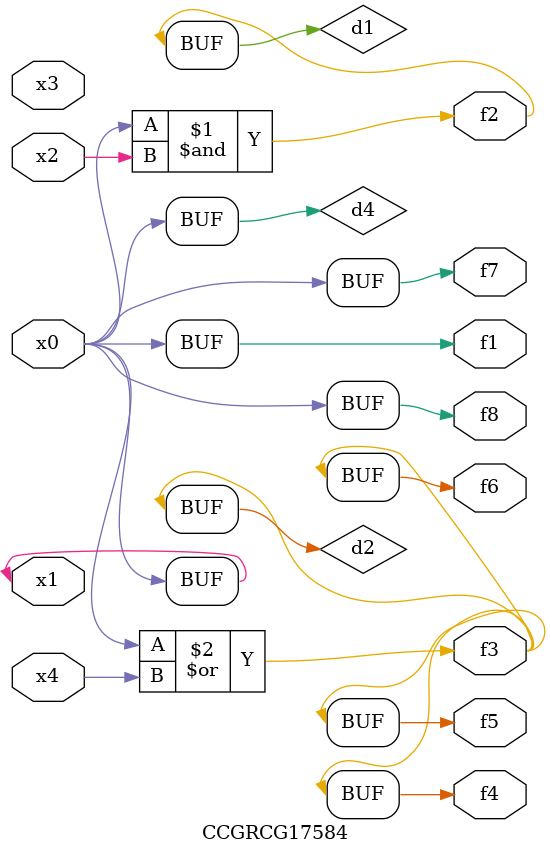
<source format=v>
module CCGRCG17584(
	input x0, x1, x2, x3, x4,
	output f1, f2, f3, f4, f5, f6, f7, f8
);

	wire d1, d2, d3, d4;

	and (d1, x0, x2);
	or (d2, x0, x4);
	nand (d3, x0, x2);
	buf (d4, x0, x1);
	assign f1 = d4;
	assign f2 = d1;
	assign f3 = d2;
	assign f4 = d2;
	assign f5 = d2;
	assign f6 = d2;
	assign f7 = d4;
	assign f8 = d4;
endmodule

</source>
